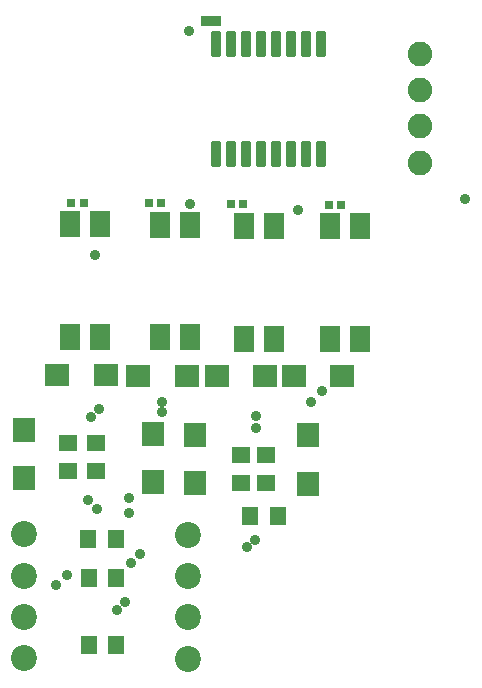
<source format=gbr>
G04 EAGLE Gerber RS-274X export*
G75*
%MOMM*%
%FSLAX34Y34*%
%LPD*%
%INSoldermask Top*%
%IPPOS*%
%AMOC8*
5,1,8,0,0,1.08239X$1,22.5*%
G01*
%ADD10R,1.973200X2.003200*%
%ADD11R,2.003200X1.973200*%
%ADD12C,2.200300*%
%ADD13R,1.803200X2.203200*%
%ADD14C,0.353406*%
%ADD15R,0.853200X0.823200*%
%ADD16R,0.678200X0.703200*%
%ADD17R,1.603200X1.353200*%
%ADD18R,1.353200X1.603200*%
%ADD19C,2.082800*%
%ADD20C,0.909600*%


D10*
X117000Y180160D03*
X117000Y221000D03*
D11*
X185840Y267500D03*
X145000Y267500D03*
D12*
X117200Y132600D03*
X117200Y97600D03*
X117200Y62600D03*
X117200Y27600D03*
X255900Y27400D03*
X255900Y62400D03*
X255900Y97400D03*
X255900Y132400D03*
D13*
X156100Y299900D03*
X181500Y299900D03*
X181500Y395300D03*
X156100Y395300D03*
D14*
X281499Y445251D02*
X281499Y464349D01*
X281499Y445251D02*
X277001Y445251D01*
X277001Y464349D01*
X281499Y464349D01*
X281499Y448608D02*
X277001Y448608D01*
X277001Y451965D02*
X281499Y451965D01*
X281499Y455322D02*
X277001Y455322D01*
X277001Y458679D02*
X281499Y458679D01*
X281499Y462036D02*
X277001Y462036D01*
X294199Y464349D02*
X294199Y445251D01*
X289701Y445251D01*
X289701Y464349D01*
X294199Y464349D01*
X294199Y448608D02*
X289701Y448608D01*
X289701Y451965D02*
X294199Y451965D01*
X294199Y455322D02*
X289701Y455322D01*
X289701Y458679D02*
X294199Y458679D01*
X294199Y462036D02*
X289701Y462036D01*
X306899Y464349D02*
X306899Y445251D01*
X302401Y445251D01*
X302401Y464349D01*
X306899Y464349D01*
X306899Y448608D02*
X302401Y448608D01*
X302401Y451965D02*
X306899Y451965D01*
X306899Y455322D02*
X302401Y455322D01*
X302401Y458679D02*
X306899Y458679D01*
X306899Y462036D02*
X302401Y462036D01*
X319599Y464349D02*
X319599Y445251D01*
X315101Y445251D01*
X315101Y464349D01*
X319599Y464349D01*
X319599Y448608D02*
X315101Y448608D01*
X315101Y451965D02*
X319599Y451965D01*
X319599Y455322D02*
X315101Y455322D01*
X315101Y458679D02*
X319599Y458679D01*
X319599Y462036D02*
X315101Y462036D01*
X332299Y464349D02*
X332299Y445251D01*
X327801Y445251D01*
X327801Y464349D01*
X332299Y464349D01*
X332299Y448608D02*
X327801Y448608D01*
X327801Y451965D02*
X332299Y451965D01*
X332299Y455322D02*
X327801Y455322D01*
X327801Y458679D02*
X332299Y458679D01*
X332299Y462036D02*
X327801Y462036D01*
X344999Y464349D02*
X344999Y445251D01*
X340501Y445251D01*
X340501Y464349D01*
X344999Y464349D01*
X344999Y448608D02*
X340501Y448608D01*
X340501Y451965D02*
X344999Y451965D01*
X344999Y455322D02*
X340501Y455322D01*
X340501Y458679D02*
X344999Y458679D01*
X344999Y462036D02*
X340501Y462036D01*
X357699Y464349D02*
X357699Y445251D01*
X353201Y445251D01*
X353201Y464349D01*
X357699Y464349D01*
X357699Y448608D02*
X353201Y448608D01*
X353201Y451965D02*
X357699Y451965D01*
X357699Y455322D02*
X353201Y455322D01*
X353201Y458679D02*
X357699Y458679D01*
X357699Y462036D02*
X353201Y462036D01*
X370399Y464349D02*
X370399Y445251D01*
X365901Y445251D01*
X365901Y464349D01*
X370399Y464349D01*
X370399Y448608D02*
X365901Y448608D01*
X365901Y451965D02*
X370399Y451965D01*
X370399Y455322D02*
X365901Y455322D01*
X365901Y458679D02*
X370399Y458679D01*
X370399Y462036D02*
X365901Y462036D01*
X370399Y538051D02*
X370399Y557149D01*
X370399Y538051D02*
X365901Y538051D01*
X365901Y557149D01*
X370399Y557149D01*
X370399Y541408D02*
X365901Y541408D01*
X365901Y544765D02*
X370399Y544765D01*
X370399Y548122D02*
X365901Y548122D01*
X365901Y551479D02*
X370399Y551479D01*
X370399Y554836D02*
X365901Y554836D01*
X357699Y557149D02*
X357699Y538051D01*
X353201Y538051D01*
X353201Y557149D01*
X357699Y557149D01*
X357699Y541408D02*
X353201Y541408D01*
X353201Y544765D02*
X357699Y544765D01*
X357699Y548122D02*
X353201Y548122D01*
X353201Y551479D02*
X357699Y551479D01*
X357699Y554836D02*
X353201Y554836D01*
X344999Y557149D02*
X344999Y538051D01*
X340501Y538051D01*
X340501Y557149D01*
X344999Y557149D01*
X344999Y541408D02*
X340501Y541408D01*
X340501Y544765D02*
X344999Y544765D01*
X344999Y548122D02*
X340501Y548122D01*
X340501Y551479D02*
X344999Y551479D01*
X344999Y554836D02*
X340501Y554836D01*
X332299Y557149D02*
X332299Y538051D01*
X327801Y538051D01*
X327801Y557149D01*
X332299Y557149D01*
X332299Y541408D02*
X327801Y541408D01*
X327801Y544765D02*
X332299Y544765D01*
X332299Y548122D02*
X327801Y548122D01*
X327801Y551479D02*
X332299Y551479D01*
X332299Y554836D02*
X327801Y554836D01*
X319599Y557149D02*
X319599Y538051D01*
X315101Y538051D01*
X315101Y557149D01*
X319599Y557149D01*
X319599Y541408D02*
X315101Y541408D01*
X315101Y544765D02*
X319599Y544765D01*
X319599Y548122D02*
X315101Y548122D01*
X315101Y551479D02*
X319599Y551479D01*
X319599Y554836D02*
X315101Y554836D01*
X306899Y557149D02*
X306899Y538051D01*
X302401Y538051D01*
X302401Y557149D01*
X306899Y557149D01*
X306899Y541408D02*
X302401Y541408D01*
X302401Y544765D02*
X306899Y544765D01*
X306899Y548122D02*
X302401Y548122D01*
X302401Y551479D02*
X306899Y551479D01*
X306899Y554836D02*
X302401Y554836D01*
X294199Y557149D02*
X294199Y538051D01*
X289701Y538051D01*
X289701Y557149D01*
X294199Y557149D01*
X294199Y541408D02*
X289701Y541408D01*
X289701Y544765D02*
X294199Y544765D01*
X294199Y548122D02*
X289701Y548122D01*
X289701Y551479D02*
X294199Y551479D01*
X294199Y554836D02*
X289701Y554836D01*
X281499Y557149D02*
X281499Y538051D01*
X277001Y538051D01*
X277001Y557149D01*
X281499Y557149D01*
X281499Y541408D02*
X277001Y541408D01*
X277001Y544765D02*
X281499Y544765D01*
X281499Y548122D02*
X277001Y548122D01*
X277001Y551479D02*
X281499Y551479D01*
X281499Y554836D02*
X277001Y554836D01*
D15*
X279300Y567000D03*
X270500Y567000D03*
D16*
X167240Y413000D03*
X157000Y413000D03*
D17*
X154000Y186500D03*
X154000Y210000D03*
D18*
X171000Y128500D03*
X194500Y128500D03*
D13*
X232300Y299300D03*
X257700Y299300D03*
X257700Y394700D03*
X232300Y394700D03*
D10*
X226000Y177080D03*
X226000Y217920D03*
D11*
X254420Y267000D03*
X213580Y267000D03*
D16*
X222760Y413000D03*
X233000Y413000D03*
D17*
X178000Y186500D03*
X178000Y210000D03*
D18*
X171500Y96000D03*
X195000Y96000D03*
D13*
X302800Y298300D03*
X328200Y298300D03*
X328200Y393700D03*
X302800Y393700D03*
D10*
X261500Y176080D03*
X261500Y216920D03*
D11*
X320920Y267000D03*
X280080Y267000D03*
D16*
X292260Y412000D03*
X302500Y412000D03*
D17*
X300500Y176000D03*
X300500Y199500D03*
D18*
X308000Y148000D03*
X331500Y148000D03*
D13*
X376300Y298300D03*
X401700Y298300D03*
X401700Y393700D03*
X376300Y393700D03*
D10*
X357000Y175580D03*
X357000Y216420D03*
D11*
X385920Y266500D03*
X345080Y266500D03*
D16*
X385240Y411500D03*
X375000Y411500D03*
D17*
X322000Y176500D03*
X322000Y200000D03*
D18*
X195000Y39000D03*
X171500Y39000D03*
D19*
X452500Y447000D03*
X452500Y478000D03*
X452000Y508500D03*
X452000Y539000D03*
D20*
X256490Y559146D03*
X257500Y412500D03*
X349000Y407500D03*
X176500Y369000D03*
X490145Y416904D03*
X205500Y151000D03*
X205520Y163032D03*
X153000Y98500D03*
X144000Y89500D03*
X173500Y232000D03*
X180500Y239000D03*
X171000Y162000D03*
X178500Y154500D03*
X207215Y108459D03*
X214906Y115995D03*
X234000Y236000D03*
X234000Y244500D03*
X305500Y121500D03*
X312000Y128000D03*
X313500Y232459D03*
X313500Y222500D03*
X195187Y68606D03*
X202000Y75500D03*
X360000Y244500D03*
X369500Y254000D03*
M02*

</source>
